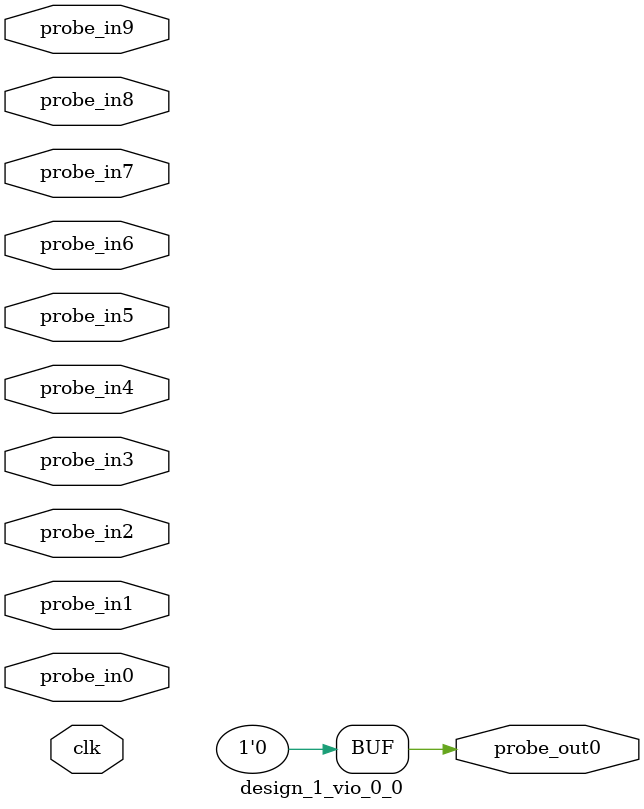
<source format=v>
`timescale 1ns / 1ps
module design_1_vio_0_0 (
clk,
probe_in0,probe_in1,probe_in2,probe_in3,probe_in4,probe_in5,probe_in6,probe_in7,probe_in8,probe_in9,
probe_out0
);

input clk;
input [0 : 0] probe_in0;
input [31 : 0] probe_in1;
input [31 : 0] probe_in2;
input [31 : 0] probe_in3;
input [31 : 0] probe_in4;
input [31 : 0] probe_in5;
input [31 : 0] probe_in6;
input [31 : 0] probe_in7;
input [31 : 0] probe_in8;
input [31 : 0] probe_in9;

output reg [0 : 0] probe_out0 = 'h0 ;


endmodule

</source>
